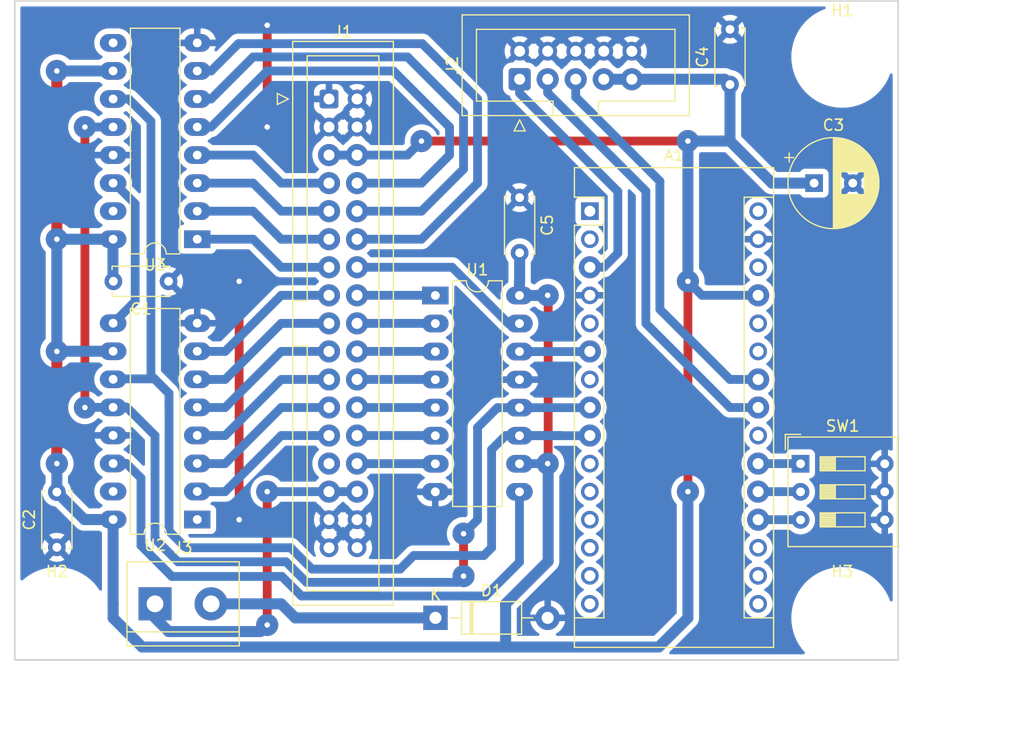
<source format=kicad_pcb>
(kicad_pcb (version 20211014) (generator pcbnew)
  (layers (0 "F.Cu" signal) (31 "B.Cu" signal) (34 "B.Paste" user) (35 "F.Paste" user) (36 "B.SilkS" user "B.Silkscreen") (37 "F.SilkS" user "F.Silkscreen") (38 "B.Mask" user) (39 "F.Mask" user) (44 "Edge.Cuts" user))
  (net 0 "")
  (net 5 "RESET")
  (net 6 "CFG-0")
  (net 7 "GND")
  (net 8 "CFG-1")
  (net 9 "ENABLE-X-1")
  (net 10 "CFG-2")
  (net 11 "ENABLE-X-2")
  (net 13 "ENABLE-X-3")
  (net 14 "SDA")
  (net 15 "ENABLE-X-4")
  (net 16 "SCL")
  (net 17 "ENABLE-X-5")
  (net 19 "ENABLE-X-6")
  (net 21 "ENABLE-X-7")
  (net 22 "Vin")
  (net 23 "ENABLE-X-8")
  (net 27 "A0-X")
  (net 28 "A1-X")
  (net 29 "A2-X")
  (net 30 "B0-X")
  (net 31 "B1-X")
  (net 32 "A0-Y")
  (net 33 "A1-Y")
  (net 34 "A2-Y")
  (net 35 "B0-Y")
  (net 36 "B1-Y")
  (net 38 "Net-(J1-Pad29)")
  (net 39 "DATA-X")
  (net 40 "ENABLE-Y-SET")
  (net 41 "ENABLE-Y-RESET")
  (net 42 "Net-(U1-Pad9)")
  (net 49 "Net-(U2-Pad9)")
  (net 53 "Net-(A1-Pad6)")
  (net 54 "Net-(A1-Pad8)")
  (net 55 "Net-(A1-Pad9)")
  (net 59 "Net-(D1-Pad1)")
  (footprint "Connector_IDC:IDC-Header_2x17_P2.54mm_Vertical" (layer "F.Cu") (at 114.8175 81.28)
    (fp_text reference "J1" (at 1.27 -6.1) (layer "F.SilkS"))
    (fp_text value "FlipDot matrix")
    (pad "1" thru_hole roundrect locked (at 0 0) (size 1.7 1.7) (drill 1) (layers *.Cu *.Mask) (roundrect_rratio 0.1470588235) (net 7 "GND"))
    (pad "2" thru_hole circle locked (at 2.54 0) (size 1.7 1.7) (drill 1) (layers *.Cu *.Mask) (net 7 "GND"))
    (pad "3" thru_hole circle locked (at 0 2.54) (size 1.7 1.7) (drill 1) (layers *.Cu *.Mask) (net 7 "GND"))
    (pad "4" thru_hole circle locked (at 2.54 2.54) (size 1.7 1.7) (drill 1) (layers *.Cu *.Mask) (net 7 "GND"))
    (pad "5" thru_hole circle locked (at 0 5.08) (size 2 2) (drill 1) (layers *.Cu *.Mask) (net 22 "Vin"))
    (pad "6" thru_hole circle locked (at 2.54 5.08) (size 2 2) (drill 1) (layers *.Cu *.Mask) (net 22 "Vin"))
    (pad "7" thru_hole circle locked (at 0 7.62) (size 2 2) (drill 1) (layers *.Cu *.Mask) (net 27 "A0-X"))
    (pad "8" thru_hole circle locked (at 2.54 7.62) (size 2 2) (drill 1) (layers *.Cu *.Mask) (net 39 "DATA-X"))
    (pad "9" thru_hole circle locked (at 0 10.16) (size 2 2) (drill 1) (layers *.Cu *.Mask) (net 28 "A1-X"))
    (pad "10" thru_hole circle locked (at 2.54 10.16) (size 2 2) (drill 1) (layers *.Cu *.Mask) (net 40 "ENABLE-Y-SET"))
    (pad "11" thru_hole circle locked (at 0 12.7) (size 2 2) (drill 1) (layers *.Cu *.Mask) (net 29 "A2-X"))
    (pad "12" thru_hole circle locked (at 2.54 12.7) (size 2 2) (drill 1) (layers *.Cu *.Mask) (net 41 "ENABLE-Y-RESET"))
    (pad "13" thru_hole circle locked (at 0 15.24) (size 2 2) (drill 1) (layers *.Cu *.Mask) (net 30 "B0-X"))
    (pad "14" thru_hole circle locked (at 2.54 15.24) (size 2 2) (drill 1) (layers *.Cu *.Mask) (net 9 "ENABLE-X-1"))
    (pad "15" thru_hole circle locked (at 0 17.78) (size 2 2) (drill 1) (layers *.Cu *.Mask) (net 31 "B1-X"))
    (pad "16" thru_hole circle locked (at 2.54 17.78) (size 2 2) (drill 1) (layers *.Cu *.Mask) (net 11 "ENABLE-X-2"))
    (pad "17" thru_hole circle locked (at 0 20.32) (size 2 2) (drill 1) (layers *.Cu *.Mask) (net 32 "A0-Y"))
    (pad "18" thru_hole circle locked (at 2.54 20.32) (size 2 2) (drill 1) (layers *.Cu *.Mask) (net 13 "ENABLE-X-3"))
    (pad "19" thru_hole circle locked (at 0 22.86) (size 2 2) (drill 1) (layers *.Cu *.Mask) (net 33 "A1-Y"))
    (pad "20" thru_hole circle locked (at 2.54 22.86) (size 2 2) (drill 1) (layers *.Cu *.Mask) (net 15 "ENABLE-X-4"))
    (pad "21" thru_hole circle locked (at 0 25.4) (size 2 2) (drill 1) (layers *.Cu *.Mask) (net 34 "A2-Y"))
    (pad "22" thru_hole circle locked (at 2.54 25.4) (size 2 2) (drill 1) (layers *.Cu *.Mask) (net 17 "ENABLE-X-5"))
    (pad "23" thru_hole circle locked (at 0 27.94) (size 2 2) (drill 1) (layers *.Cu *.Mask) (net 35 "B0-Y"))
    (pad "24" thru_hole circle locked (at 2.54 27.94) (size 2 2) (drill 1) (layers *.Cu *.Mask) (net 19 "ENABLE-X-6"))
    (pad "25" thru_hole circle locked (at 0 30.48) (size 2 2) (drill 1) (layers *.Cu *.Mask) (net 36 "B1-Y"))
    (pad "26" thru_hole circle locked (at 2.54 30.48) (size 2 2) (drill 1) (layers *.Cu *.Mask) (net 21 "ENABLE-X-7"))
    (pad "27" thru_hole circle locked (at 0 33.02) (size 2 2) (drill 1) (layers *.Cu *.Mask))
    (pad "28" thru_hole circle locked (at 2.54 33.02) (size 2 2) (drill 1) (layers *.Cu *.Mask) (net 23 "ENABLE-X-8"))
    (pad "29" thru_hole circle locked (at 0 35.56) (size 2 2) (drill 1) (layers *.Cu *.Mask) (net 38 "Net-(J1-Pad29)"))
    (pad "30" thru_hole circle locked (at 2.54 35.56) (size 2 2) (drill 1) (layers *.Cu *.Mask) (net 38 "Net-(J1-Pad29)"))
    (pad "31" thru_hole circle locked (at 0 38.1) (size 1.7 1.7) (drill 1) (layers *.Cu *.Mask) (net 7 "GND"))
    (pad "32" thru_hole circle locked (at 2.54 38.1) (size 1.7 1.7) (drill 1) (layers *.Cu *.Mask) (net 7 "GND"))
    (pad "33" thru_hole circle locked (at 0 40.64) (size 1.7 1.7) (drill 1) (layers *.Cu *.Mask) (net 7 "GND"))
    (pad "34" thru_hole circle locked (at 2.54 40.64) (size 1.7 1.7) (drill 1) (layers *.Cu *.Mask) (net 7 "GND"))
  )
  (footprint "MountingHole:MountingHole_3.2mm_M3" (layer "F.Cu") (at 161.29 77.47)
    (fp_text reference "H1" (at 0 -4.2) (layer "F.SilkS"))
    (fp_text value "MountingHole")
    (pad "" np_thru_hole circle locked (at 0 0) (size 3.2 3.2) (drill 3.2) (layers F&B.Cu *.Mask) (clearance 3))
  )
  (footprint "Connector_IDC:IDC-Header_2x05_P2.54mm_Vertical" (layer "F.Cu") (at 132.08 79.4925 90)
    (fp_text reference "J2" (at 1.27 -6.1 90) (layer "F.SilkS"))
    (fp_text value "I2C bus")
    (pad "1" thru_hole roundrect locked (at 0 0 90) (size 2 2) (drill 1) (layers *.Cu *.Mask) (roundrect_rratio 0.147059) (net 5 "RESET"))
    (pad "2" thru_hole circle locked (at 2.54 0 90) (size 1.7 1.7) (drill 1) (layers *.Cu *.Mask) (net 7 "GND"))
    (pad "3" thru_hole circle locked (at 0 2.54 90) (size 2 2) (drill 1) (layers *.Cu *.Mask) (net 14 "SDA"))
    (pad "4" thru_hole circle locked (at 2.54 2.54 90) (size 1.7 1.7) (drill 1) (layers *.Cu *.Mask) (net 7 "GND"))
    (pad "5" thru_hole circle locked (at 0 5.08 90) (size 2 2) (drill 1) (layers *.Cu *.Mask) (net 16 "SCL"))
    (pad "6" thru_hole circle locked (at 2.54 5.08 90) (size 1.7 1.7) (drill 1) (layers *.Cu *.Mask) (net 7 "GND"))
    (pad "7" thru_hole circle locked (at 0 7.62 90) (size 2 2) (drill 1) (layers *.Cu *.Mask) (net 22 "Vin"))
    (pad "8" thru_hole circle locked (at 2.54 7.62 90) (size 1.7 1.7) (drill 1) (layers *.Cu *.Mask) (net 7 "GND"))
    (pad "9" thru_hole circle locked (at 0 10.16 90) (size 2 2) (drill 1) (layers *.Cu *.Mask) (net 22 "Vin"))
    (pad "10" thru_hole circle locked (at 2.54 10.16 90) (size 1.7 1.7) (drill 1) (layers *.Cu *.Mask) (net 7 "GND"))
  )
  (footprint "Button_Switch_THT:SW_DIP_SPSTx03_Slide_9.78x9.8mm_W7.62mm_P2.54mm" (layer "F.Cu") (at 157.5225 114.315)
    (fp_text reference "SW1" (at 3.81 -3.42) (layer "F.SilkS"))
    (fp_text value "SW_DIP_x03")
    (pad "1" thru_hole rect locked (at 0 0) (size 1.6 1.6) (drill 0.8) (layers *.Cu *.Mask) (net 10 "CFG-2"))
    (pad "2" thru_hole oval locked (at 0 2.54) (size 1.6 1.6) (drill 0.8) (layers *.Cu *.Mask) (net 8 "CFG-1"))
    (pad "3" thru_hole oval locked (at 0 5.08) (size 1.6 1.6) (drill 0.8) (layers *.Cu *.Mask) (net 6 "CFG-0"))
    (pad "4" thru_hole oval locked (at 7.62 5.08) (size 1.6 1.6) (drill 0.8) (layers *.Cu *.Mask) (net 7 "GND"))
    (pad "5" thru_hole oval locked (at 7.62 2.54) (size 1.6 1.6) (drill 0.8) (layers *.Cu *.Mask) (net 7 "GND"))
    (pad "6" thru_hole oval locked (at 7.62 0) (size 1.6 1.6) (drill 0.8) (layers *.Cu *.Mask) (net 7 "GND"))
  )
  (footprint "Diode_THT:D_DO-41_SOD81_P10.16mm_Horizontal" (layer "F.Cu") (at 124.46 128.27)
    (fp_text reference "D1" (at 5.08 -2.47) (layer "F.SilkS"))
    (fp_text value "1N5819")
    (fp_text user "K" (at 0 -2.1) (layer "F.SilkS"))
    (pad "1" thru_hole rect locked (at 0 0) (size 2.2 2.2) (drill 1.1) (layers *.Cu *.Mask) (net 59 "Net-(D1-Pad1)"))
    (pad "2" thru_hole oval locked (at 10.16 0) (size 2.2 2.2) (drill 1.1) (layers *.Cu *.Mask) (net 7 "GND"))
  )
  (footprint "Package_DIP:DIP-16_W7.62mm_LongPads" (layer "F.Cu") (at 102.885 93.98 180)
    (fp_text reference "U3" (at 3.81 -2.33) (layer "F.SilkS"))
    (fp_text value "74HC595")
    (pad "1" thru_hole rect locked (at 0 0 180) (size 2.4 1.6) (drill 0.8) (layers *.Cu *.Mask) (net 30 "B0-X"))
    (pad "2" thru_hole oval locked (at 0 2.54 180) (size 2.4 1.6) (drill 0.8) (layers *.Cu *.Mask) (net 29 "A2-X"))
    (pad "3" thru_hole oval locked (at 0 5.08 180) (size 2.4 1.6) (drill 0.8) (layers *.Cu *.Mask) (net 28 "A1-X"))
    (pad "4" thru_hole oval locked (at 0 7.62 180) (size 2.4 1.6) (drill 0.8) (layers *.Cu *.Mask) (net 27 "A0-X"))
    (pad "5" thru_hole oval locked (at 0 10.16 180) (size 2.4 1.6) (drill 0.8) (layers *.Cu *.Mask) (net 39 "DATA-X"))
    (pad "6" thru_hole oval locked (at 0 12.7 180) (size 2.4 1.6) (drill 0.8) (layers *.Cu *.Mask) (net 40 "ENABLE-Y-SET"))
    (pad "7" thru_hole oval locked (at 0 15.24 180) (size 2.4 1.6) (drill 0.8) (layers *.Cu *.Mask) (net 41 "ENABLE-Y-RESET"))
    (pad "8" thru_hole oval locked (at 0 17.78 180) (size 2.4 1.6) (drill 0.8) (layers *.Cu *.Mask) (net 7 "GND"))
    (pad "9" thru_hole oval locked (at 7.62 17.78 180) (size 2.4 1.6) (drill 0.8) (layers *.Cu *.Mask))
    (pad "10" thru_hole oval locked (at 7.62 15.24 180) (size 2.4 1.6) (drill 0.8) (layers *.Cu *.Mask) (net 22 "Vin"))
    (pad "11" thru_hole oval locked (at 7.62 12.7 180) (size 2.4 1.6) (drill 0.8) (layers *.Cu *.Mask) (net 55 "Net-(A1-Pad9)"))
    (pad "12" thru_hole oval locked (at 7.62 10.16 180) (size 2.4 1.6) (drill 0.8) (layers *.Cu *.Mask) (net 54 "Net-(A1-Pad8)"))
    (pad "13" thru_hole oval locked (at 7.62 7.62 180) (size 2.4 1.6) (drill 0.8) (layers *.Cu *.Mask) (net 7 "GND"))
    (pad "14" thru_hole oval locked (at 7.62 5.08 180) (size 2.4 1.6) (drill 0.8) (layers *.Cu *.Mask) (net 49 "Net-(U2-Pad9)"))
    (pad "15" thru_hole oval locked (at 7.62 2.54 180) (size 2.4 1.6) (drill 0.8) (layers *.Cu *.Mask))
    (pad "16" thru_hole oval locked (at 7.62 0 180) (size 2.4 1.6) (drill 0.8) (layers *.Cu *.Mask) (net 22 "Vin"))
  )
  (footprint "Capacitor_THT:CP_Radial_D8.0mm_P3.50mm" (layer "F.Cu") (at 158.75 88.9)
    (fp_text reference "C3" (at 1.75 -5.25) (layer "F.SilkS"))
    (fp_text value "100uF")
    (pad "1" thru_hole rect locked (at 0 0) (size 1.6 1.6) (drill 0.8) (layers *.Cu *.Mask) (net 22 "Vin"))
    (pad "2" thru_hole circle locked (at 3.5 0) (size 1.6 1.6) (drill 0.8) (layers *.Cu *.Mask) (net 7 "GND"))
  )
  (footprint "MountingHole:MountingHole_3.2mm_M3" (layer "F.Cu") (at 161.29 128.27)
    (fp_text reference "H3" (at 0 -4.2) (layer "F.SilkS"))
    (fp_text value "MountingHole")
    (pad "" np_thru_hole circle locked (at 0 0) (size 3.2 3.2) (drill 3.2) (layers F&B.Cu *.Mask) (clearance 3))
  )
  (footprint "Capacitor_THT:C_Disc_D5.0mm_W2.5mm_P5.00mm" (layer "F.Cu") (at 151.13 79.97 90)
    (fp_text reference "C4" (at 2.5 -2.5 90) (layer "F.SilkS"))
    (fp_text value "100n")
    (pad "1" thru_hole circle locked (at 0 0 90) (size 1.6 1.6) (drill 0.8) (layers *.Cu *.Mask) (net 22 "Vin"))
    (pad "2" thru_hole circle locked (at 5 0 90) (size 1.6 1.6) (drill 0.8) (layers *.Cu *.Mask) (net 7 "GND"))
  )
  (footprint "Package_DIP:DIP-16_W7.62mm_LongPads" (layer "F.Cu") (at 102.885 119.365 180)
    (fp_text reference "U2" (at 3.81 -2.33) (layer "F.SilkS"))
    (fp_text value "74HC595")
    (pad "1" thru_hole rect locked (at 0 0 180) (size 2.4 1.6) (drill 0.8) (layers *.Cu *.Mask))
    (pad "2" thru_hole oval locked (at 0 2.54 180) (size 2.4 1.6) (drill 0.8) (layers *.Cu *.Mask) (net 36 "B1-Y"))
    (pad "3" thru_hole oval locked (at 0 5.08 180) (size 2.4 1.6) (drill 0.8) (layers *.Cu *.Mask) (net 35 "B0-Y"))
    (pad "4" thru_hole oval locked (at 0 7.62 180) (size 2.4 1.6) (drill 0.8) (layers *.Cu *.Mask) (net 34 "A2-Y"))
    (pad "5" thru_hole oval locked (at 0 10.16 180) (size 2.4 1.6) (drill 0.8) (layers *.Cu *.Mask) (net 33 "A1-Y"))
    (pad "6" thru_hole oval locked (at 0 12.7 180) (size 2.4 1.6) (drill 0.8) (layers *.Cu *.Mask) (net 32 "A0-Y"))
    (pad "7" thru_hole oval locked (at 0 15.24 180) (size 2.4 1.6) (drill 0.8) (layers *.Cu *.Mask) (net 31 "B1-X"))
    (pad "8" thru_hole oval locked (at 0 17.78 180) (size 2.4 1.6) (drill 0.8) (layers *.Cu *.Mask) (net 7 "GND"))
    (pad "9" thru_hole oval locked (at 7.62 17.78 180) (size 2.4 1.6) (drill 0.8) (layers *.Cu *.Mask) (net 49 "Net-(U2-Pad9)"))
    (pad "10" thru_hole oval locked (at 7.62 15.24 180) (size 2.4 1.6) (drill 0.8) (layers *.Cu *.Mask) (net 22 "Vin"))
    (pad "11" thru_hole oval locked (at 7.62 12.7 180) (size 2.4 1.6) (drill 0.8) (layers *.Cu *.Mask) (net 55 "Net-(A1-Pad9)"))
    (pad "12" thru_hole oval locked (at 7.62 10.16 180) (size 2.4 1.6) (drill 0.8) (layers *.Cu *.Mask) (net 54 "Net-(A1-Pad8)"))
    (pad "13" thru_hole oval locked (at 7.62 7.62 180) (size 2.4 1.6) (drill 0.8) (layers *.Cu *.Mask) (net 7 "GND"))
    (pad "14" thru_hole oval locked (at 7.62 5.08 180) (size 2.4 1.6) (drill 0.8) (layers *.Cu *.Mask) (net 42 "Net-(U1-Pad9)"))
    (pad "15" thru_hole oval locked (at 7.62 2.54 180) (size 2.4 1.6) (drill 0.8) (layers *.Cu *.Mask))
    (pad "16" thru_hole oval locked (at 7.62 0 180) (size 2.4 1.6) (drill 0.8) (layers *.Cu *.Mask) (net 22 "Vin"))
  )
  (footprint "Module:Arduino_Nano" (layer "F.Cu") (at 138.44 91.44)
    (fp_text reference "A1" (at 7.62 -5.08) (layer "F.SilkS"))
    (fp_text value "Arduino_Nano_v3.x")
    (pad "1" thru_hole rect locked (at 0 0) (size 1.6 1.6) (drill 1) (layers *.Cu *.Mask))
    (pad "2" thru_hole oval locked (at 0 2.54) (size 1.6 1.6) (drill 1) (layers *.Cu *.Mask))
    (pad "3" thru_hole oval locked (at 0 5.08) (size 2 2) (drill 1) (layers *.Cu *.Mask) (net 5 "RESET"))
    (pad "4" thru_hole oval locked (at 0 7.62) (size 1.6 1.6) (drill 1) (layers *.Cu *.Mask) (net 7 "GND"))
    (pad "5" thru_hole oval locked (at 0 10.16) (size 1.6 1.6) (drill 1) (layers *.Cu *.Mask))
    (pad "6" thru_hole oval locked (at 0 12.7) (size 2 2) (drill 1) (layers *.Cu *.Mask) (net 53 "Net-(A1-Pad6)"))
    (pad "7" thru_hole oval locked (at 0 15.24) (size 1.6 1.6) (drill 1) (layers *.Cu *.Mask))
    (pad "8" thru_hole oval locked (at 0 17.78) (size 2 2) (drill 1) (layers *.Cu *.Mask) (net 54 "Net-(A1-Pad8)"))
    (pad "9" thru_hole oval locked (at 0 20.32) (size 2 2) (drill 1) (layers *.Cu *.Mask) (net 55 "Net-(A1-Pad9)"))
    (pad "10" thru_hole oval locked (at 0 22.86) (size 1.6 1.6) (drill 1) (layers *.Cu *.Mask))
    (pad "11" thru_hole oval locked (at 0 25.4) (size 1.6 1.6) (drill 1) (layers *.Cu *.Mask))
    (pad "12" thru_hole oval locked (at 0 27.94) (size 1.6 1.6) (drill 1) (layers *.Cu *.Mask))
    (pad "13" thru_hole oval locked (at 0 30.48) (size 1.6 1.6) (drill 1) (layers *.Cu *.Mask))
    (pad "14" thru_hole oval locked (at 0 33.02) (size 1.6 1.6) (drill 1) (layers *.Cu *.Mask))
    (pad "15" thru_hole oval locked (at 0 35.56) (size 1.6 1.6) (drill 1) (layers *.Cu *.Mask))
    (pad "16" thru_hole oval locked (at 15.24 35.56) (size 1.6 1.6) (drill 1) (layers *.Cu *.Mask))
    (pad "17" thru_hole oval locked (at 15.24 33.02) (size 1.6 1.6) (drill 1) (layers *.Cu *.Mask))
    (pad "18" thru_hole oval locked (at 15.24 30.48) (size 1.6 1.6) (drill 1) (layers *.Cu *.Mask))
    (pad "19" thru_hole oval locked (at 15.24 27.94) (size 2 2) (drill 1) (layers *.Cu *.Mask) (net 6 "CFG-0"))
    (pad "20" thru_hole oval locked (at 15.24 25.4) (size 2 2) (drill 1) (layers *.Cu *.Mask) (net 8 "CFG-1"))
    (pad "21" thru_hole oval locked (at 15.24 22.86) (size 2 2) (drill 1) (layers *.Cu *.Mask) (net 10 "CFG-2"))
    (pad "22" thru_hole oval locked (at 15.24 20.32) (size 1.6 1.6) (drill 1) (layers *.Cu *.Mask))
    (pad "23" thru_hole oval locked (at 15.24 17.78) (size 2 2) (drill 1) (layers *.Cu *.Mask) (net 14 "SDA"))
    (pad "24" thru_hole oval locked (at 15.24 15.24) (size 2 2) (drill 1) (layers *.Cu *.Mask) (net 16 "SCL"))
    (pad "25" thru_hole oval locked (at 15.24 12.7) (size 1.6 1.6) (drill 1) (layers *.Cu *.Mask))
    (pad "26" thru_hole oval locked (at 15.24 10.16) (size 1.6 1.6) (drill 1) (layers *.Cu *.Mask))
    (pad "27" thru_hole oval locked (at 15.24 7.62) (size 2 2) (drill 1) (layers *.Cu *.Mask) (net 22 "Vin"))
    (pad "28" thru_hole oval locked (at 15.24 5.08) (size 1.6 1.6) (drill 1) (layers *.Cu *.Mask))
    (pad "29" thru_hole oval locked (at 15.24 2.54) (size 1.6 1.6) (drill 1) (layers *.Cu *.Mask) (net 7 "GND"))
    (pad "30" thru_hole oval locked (at 15.24 0) (size 1.6 1.6) (drill 1) (layers *.Cu *.Mask))
  )
  (footprint "Capacitor_THT:C_Disc_D5.0mm_W2.5mm_P5.00mm" (layer "F.Cu") (at 132.08 90.21 -90)
    (fp_text reference "C5" (at 2.5 -2.5 90) (layer "F.SilkS"))
    (fp_text value "100n")
    (pad "1" thru_hole circle locked (at 0 0 270) (size 1.6 1.6) (drill 0.8) (layers *.Cu *.Mask) (net 7 "GND"))
    (pad "2" thru_hole circle locked (at 5 0 270) (size 1.6 1.6) (drill 0.8) (layers *.Cu *.Mask) (net 22 "Vin"))
  )
  (footprint "TerminalBlock:TerminalBlock_bornier-2_P5.08mm" (layer "F.Cu") (at 99.06 127)
    (fp_text reference "J3" (at 2.54 -5.08) (layer "F.SilkS"))
    (fp_text value "Power 24V")
    (pad "1" thru_hole rect locked (at 0 0) (size 3 3) (drill 1.52) (layers *.Cu *.Mask) (net 38 "Net-(J1-Pad29)"))
    (pad "2" thru_hole circle locked (at 5.08 0) (size 3 3) (drill 1.52) (layers *.Cu *.Mask) (net 59 "Net-(D1-Pad1)"))
  )
  (footprint "Capacitor_THT:C_Disc_D5.0mm_W2.5mm_P5.00mm" (layer "F.Cu") (at 90.17 121.88 90)
    (fp_text reference "C2" (at 2.5 -2.5 90) (layer "F.SilkS"))
    (fp_text value "100n")
    (pad "1" thru_hole circle locked (at 0 0 90) (size 1.6 1.6) (drill 0.8) (layers *.Cu *.Mask) (net 7 "GND"))
    (pad "2" thru_hole circle locked (at 5 0 90) (size 1.6 1.6) (drill 0.8) (layers *.Cu *.Mask) (net 22 "Vin"))
  )
  (footprint "Capacitor_THT:C_Disc_D5.0mm_W2.5mm_P5.00mm" (layer "F.Cu") (at 100.29 97.79 180)
    (fp_text reference "C1" (at 2.5 -2.5 180) (layer "F.SilkS"))
    (fp_text value "100n")
    (pad "1" thru_hole circle locked (at 0 0 180) (size 1.6 1.6) (drill 0.8) (layers *.Cu *.Mask) (net 7 "GND"))
    (pad "2" thru_hole circle locked (at 5 0 180) (size 1.6 1.6) (drill 0.8) (layers *.Cu *.Mask) (net 22 "Vin"))
  )
  (footprint "MountingHole:MountingHole_3.2mm_M3" (layer "F.Cu") (at 90.17 128.27)
    (fp_text reference "H2" (at 0 -4.2) (layer "F.SilkS"))
    (fp_text value "MountingHole")
    (pad "" np_thru_hole circle locked (at 0 0) (size 3.2 3.2) (drill 3.2) (layers F&B.Cu *.Mask) (clearance 3))
  )
  (footprint "Package_DIP:DIP-16_W7.62mm_LongPads" (layer "F.Cu") (at 124.445 99.075)
    (fp_text reference "U1" (at 3.81 -2.33) (layer "F.SilkS"))
    (fp_text value "74HC595")
    (pad "1" thru_hole rect locked (at 0 0) (size 2.4 1.6) (drill 0.8) (layers *.Cu *.Mask) (net 11 "ENABLE-X-2"))
    (pad "2" thru_hole oval locked (at 0 2.54) (size 2.4 1.6) (drill 0.8) (layers *.Cu *.Mask) (net 13 "ENABLE-X-3"))
    (pad "3" thru_hole oval locked (at 0 5.08) (size 2.4 1.6) (drill 0.8) (layers *.Cu *.Mask) (net 15 "ENABLE-X-4"))
    (pad "4" thru_hole oval locked (at 0 7.62) (size 2.4 1.6) (drill 0.8) (layers *.Cu *.Mask) (net 17 "ENABLE-X-5"))
    (pad "5" thru_hole oval locked (at 0 10.16) (size 2.4 1.6) (drill 0.8) (layers *.Cu *.Mask) (net 19 "ENABLE-X-6"))
    (pad "6" thru_hole oval locked (at 0 12.7) (size 2.4 1.6) (drill 0.8) (layers *.Cu *.Mask) (net 21 "ENABLE-X-7"))
    (pad "7" thru_hole oval locked (at 0 15.24) (size 2.4 1.6) (drill 0.8) (layers *.Cu *.Mask) (net 23 "ENABLE-X-8"))
    (pad "8" thru_hole oval locked (at 0 17.78) (size 2.4 1.6) (drill 0.8) (layers *.Cu *.Mask) (net 7 "GND"))
    (pad "9" thru_hole oval locked (at 7.62 17.78) (size 2.4 1.6) (drill 0.8) (layers *.Cu *.Mask) (net 42 "Net-(U1-Pad9)"))
    (pad "10" thru_hole oval locked (at 7.62 15.24) (size 2.4 1.6) (drill 0.8) (layers *.Cu *.Mask) (net 22 "Vin"))
    (pad "11" thru_hole oval locked (at 7.62 12.7) (size 2.4 1.6) (drill 0.8) (layers *.Cu *.Mask) (net 55 "Net-(A1-Pad9)"))
    (pad "12" thru_hole oval locked (at 7.62 10.16) (size 2.4 1.6) (drill 0.8) (layers *.Cu *.Mask) (net 54 "Net-(A1-Pad8)"))
    (pad "13" thru_hole oval locked (at 7.62 7.62) (size 2.4 1.6) (drill 0.8) (layers *.Cu *.Mask) (net 7 "GND"))
    (pad "14" thru_hole oval locked (at 7.62 5.08) (size 2.4 1.6) (drill 0.8) (layers *.Cu *.Mask) (net 53 "Net-(A1-Pad6)"))
    (pad "15" thru_hole oval locked (at 7.62 2.54) (size 2.4 1.6) (drill 0.8) (layers *.Cu *.Mask) (net 9 "ENABLE-X-1"))
    (pad "16" thru_hole oval locked (at 7.62 0) (size 2.4 1.6) (drill 0.8) (layers *.Cu *.Mask) (net 22 "Vin"))
  )
  (gr_rect (start 86.36 72.39) (end 166.37 132.08) (layer "Edge.Cuts") (width 0.15) (fill none))
  (segment (start 139.7 96.52) (end 138.43 96.52) (width 0.8) (layer "B.Cu") (net 5))
  (segment (start 140.97 89.652549) (end 140.97 95.25) (width 0.8) (layer "B.Cu") (net 5))
  (segment (start 132.08 80.762549) (end 140.97 89.652549) (width 0.8) (layer "B.Cu") (net 5))
  (segment (start 140.97 95.25) (end 139.7 96.52) (width 0.8) (layer "B.Cu") (net 5))
  (segment (start 132.08 79.4925) (end 132.08 80.762549) (width 0.8) (layer "B.Cu") (net 5))
  (segment (start 153.68 119.38) (end 157.5075 119.38) (width 0.8) (layer "B.Cu") (net 6))
  (segment (start 157.5075 119.38) (end 157.5225 119.395) (width 0.8) (layer "B.Cu") (net 6))
  (segment (start 109.22 74.6005) (end 109.22 83.82) (width 0.8) (layer "F.Cu") (net 7))
  (segment (start 106.68 97.79) (end 106.68 119.38) (width 0.8) (layer "F.Cu") (net 7))
  (via (at 106.68 97.79) (size 1.6) (drill 0.5) (layers "F.Cu" "B.Cu") (net 7))
  (via (at 106.68 119.38) (size 1.6) (drill 0.5) (layers "F.Cu" "B.Cu") (net 7))
  (via (at 109.22 83.82) (size 1.6) (drill 0.5) (layers "F.Cu" "B.Cu") (net 7))
  (via (at 109.22 74.6005) (size 1.6) (drill 0.5) (layers "F.Cu" "B.Cu") (net 7))
  (segment (start 153.68 116.84) (end 157.5075 116.84) (width 0.8) (layer "B.Cu") (net 8))
  (segment (start 157.5075 116.84) (end 157.5225 116.855) (width 0.8) (layer "B.Cu") (net 8))
  (segment (start 117.3575 96.52) (end 125.967949 96.52) (width 0.8) (layer "B.Cu") (net 9))
  (segment (start 125.967949 96.52) (end 131.062949 101.615) (width 0.8) (layer "B.Cu") (net 9))
  (segment (start 131.062949 101.615) (end 132.065 101.615) (width 0.8) (layer "B.Cu") (net 9))
  (segment (start 157.5075 114.3) (end 157.5225 114.315) (width 0.8) (layer "B.Cu") (net 10))
  (segment (start 153.68 114.3) (end 157.5075 114.3) (width 0.8) (layer "B.Cu") (net 10))
  (segment (start 124.43 99.06) (end 124.445 99.075) (width 0.8) (layer "B.Cu") (net 11))
  (segment (start 117.3575 99.06) (end 124.43 99.06) (width 0.8) (layer "B.Cu") (net 11))
  (segment (start 117.3575 101.6) (end 124.43 101.6) (width 0.8) (layer "B.Cu") (net 13))
  (segment (start 124.43 101.6) (end 124.445 101.615) (width 0.8) (layer "B.Cu") (net 13))
  (segment (start 134.62 79.4925) (end 134.62 80.729819) (width 0.8) (layer "B.Cu") (net 14))
  (segment (start 143.51 89.619819) (end 143.51 101.6) (width 0.8) (layer "B.Cu") (net 14))
  (segment (start 151.13 109.22) (end 153.68 109.22) (width 0.8) (layer "B.Cu") (net 14))
  (segment (start 143.51 101.6) (end 151.13 109.22) (width 0.8) (layer "B.Cu") (net 14))
  (segment (start 134.62 80.729819) (end 143.51 89.619819) (width 0.8) (layer "B.Cu") (net 14))
  (segment (start 117.3575 104.14) (end 124.43 104.14) (width 0.8) (layer "B.Cu") (net 15))
  (segment (start 124.43 104.14) (end 124.445 104.155) (width 0.8) (layer "B.Cu") (net 15))
  (segment (start 137.16 81.103444) (end 144.78 88.723444) (width 0.8) (layer "B.Cu") (net 16))
  (segment (start 144.78 88.723444) (end 144.78 100.33) (width 0.8) (layer "B.Cu") (net 16))
  (segment (start 137.16 79.4925) (end 137.16 81.103444) (width 0.8) (layer "B.Cu") (net 16))
  (segment (start 144.78 100.33) (end 151.13 106.68) (width 0.8) (layer "B.Cu") (net 16))
  (segment (start 151.13 106.68) (end 153.68 106.68) (width 0.8) (layer "B.Cu") (net 16))
  (segment (start 124.43 106.68) (end 124.445 106.695) (width 0.8) (layer "B.Cu") (net 17))
  (segment (start 117.3575 106.68) (end 124.43 106.68) (width 0.8) (layer "B.Cu") (net 17))
  (segment (start 124.43 109.22) (end 124.445 109.235) (width 0.8) (layer "B.Cu") (net 19))
  (segment (start 117.3575 109.22) (end 124.43 109.22) (width 0.8) (layer "B.Cu") (net 19))
  (segment (start 117.3575 111.76) (end 124.43 111.76) (width 0.8) (layer "B.Cu") (net 21))
  (segment (start 124.43 111.76) (end 124.445 111.775) (width 0.8) (layer "B.Cu") (net 21))
  (segment (start 90.17 114.3) (end 90.17 104.14) (width 1) (layer "F.Cu") (net 22))
  (segment (start 147.32 116.84) (end 147.32 97.79) (width 0.8) (layer "F.Cu") (net 22))
  (segment (start 90.17 93.98) (end 90.17 78.74) (width 1) (layer "F.Cu") (net 22))
  (segment (start 123.19 85.09) (end 147.32 85.09) (width 0.8) (layer "F.Cu") (net 22))
  (segment (start 134.62 99.06) (end 134.664447 99.104447) (width 0.8) (layer "F.Cu") (net 22))
  (segment (start 134.664447 99.104447) (end 134.664447 114.3) (width 0.8) (layer "F.Cu") (net 22))
  (via (at 123.19 85.09) (size 2) (drill 0.5) (layers "F.Cu" "B.Cu") (net 22))
  (via (at 134.62 114.3) (size 2) (drill 0.5) (layers "F.Cu" "B.Cu") (net 22))
  (via (at 90.17 114.3) (size 2) (drill 0.5) (layers "F.Cu" "B.Cu") (net 22))
  (via (at 134.62 99.06) (size 2) (drill 0.5) (layers "F.Cu" "B.Cu") (net 22))
  (via (at 90.17 93.98) (size 2) (drill 0.5) (layers "F.Cu" "B.Cu") (net 22))
  (via (at 90.17 104.14) (size 2) (drill 0.5) (layers "F.Cu" "B.Cu") (net 22))
  (via (at 147.32 85.09) (size 2) (drill 0.5) (layers "F.Cu" "B.Cu") (net 22))
  (via (at 147.32 116.84) (size 2) (drill 0.5) (layers "F.Cu" "B.Cu") (net 22))
  (via (at 147.32 97.79) (size 2) (drill 0.5) (layers "F.Cu" "B.Cu") (net 22))
  (via (at 90.17 78.74) (size 2) (drill 0.5) (layers "F.Cu" "B.Cu") (net 22))
  (segment (start 97.89 130.91) (end 130.91 130.91) (width 1) (layer "B.Cu") (net 22))
  (segment (start 154.94 88.9) (end 158.75 88.9) (width 1) (layer "B.Cu") (net 22))
  (segment (start 114.8175 86.36) (end 117.3575 86.36) (width 0.8) (layer "B.Cu") (net 22))
  (segment (start 95.25 94.035) (end 95.25 97.75) (width 1) (layer "B.Cu") (net 22))
  (segment (start 130.91 130.91) (end 130.81 130.81) (width 1) (layer "B.Cu") (net 22))
  (segment (start 150.6525 79.4925) (end 151.13 79.97) (width 1) (layer "B.Cu") (net 22))
  (segment (start 134.62 99.06) (end 134.605 99.075) (width 1) (layer "B.Cu") (net 22))
  (segment (start 147.32 97.79) (end 148.59 99.06) (width 0.8) (layer "B.Cu") (net 22))
  (segment (start 134.605 99.075) (end 132.065 99.075) (width 1) (layer "B.Cu") (net 22))
  (segment (start 147.32 85.09) (end 151.13 85.09) (width 1) (layer "B.Cu") (net 22))
  (segment (start 148.59 99.06) (end 153.68 99.06) (width 0.8) (layer "B.Cu") (net 22))
  (segment (start 90.17 116.88) (end 92.655 119.365) (width 1) (layer "B.Cu") (net 22))
  (segment (start 95.25 94.035) (end 95.25 93.995) (width 0.8) (layer "B.Cu") (net 22))
  (segment (start 132.08 97.79) (end 132.065 97.805) (width 1) (layer "B.Cu") (net 22))
  (segment (start 95.265 119.365) (end 95.265 123.175) (width 1) (layer "B.Cu") (net 22))
  (segment (start 121.92 86.36) (end 117.3575 86.36) (width 0.8) (layer "B.Cu") (net 22))
  (segment (start 90.185 104.125) (end 95.265 104.125) (width 1) (layer "B.Cu") (net 22))
  (segment (start 130.81 127) (end 134.664447 123.145553) (width 1) (layer "B.Cu") (net 22))
  (segment (start 147.32 128.27) (end 147.32 116.84) (width 1) (layer "B.Cu") (net 22))
  (segment (start 95.265 123.175) (end 95.265 126.995479) (width 1) (layer "B.Cu") (net 22))
  (segment (start 134.664447 114.3) (end 132.08 114.3) (width 0.8) (layer "B.Cu") (net 22))
  (segment (start 134.664447 123.145553) (end 134.664447 114.3) (width 1) (layer "B.Cu") (net 22))
  (segment (start 90.17 78.74) (end 95.265 78.74) (width 1) (layer "B.Cu") (net 22))
  (segment (start 147.32 85.09) (end 147.32 97.79) (width 1) (layer "B.Cu") (net 22))
  (segment (start 123.19 85.09) (end 121.92 86.36) (width 0.8) (layer "B.Cu") (net 22))
  (segment (start 132.065 97.805) (end 132.065 99.075) (width 1) (layer "B.Cu") (net 22))
  (segment (start 142.24 79.4925) (end 150.6525 79.4925) (width 1) (layer "B.Cu") (net 22))
  (segment (start 151.13 79.97) (end 151.13 85.09) (width 1) (layer "B.Cu") (net 22))
  (segment (start 130.81 130.81) (end 130.81 127) (width 1) (layer "B.Cu") (net 22))
  (segment (start 90.17 93.98) (end 95.265 93.98) (width 1) (layer "B.Cu") (net 22))
  (segment (start 144.68 130.91) (end 147.32 128.27) (width 1) (layer "B.Cu") (net 22))
  (segment (start 95.269521 128.289521) (end 97.89 130.91) (width 1) (layer "B.Cu") (net 22))
  (segment (start 132.08 95.25) (end 132.08 97.79) (width 1) (layer "B.Cu") (net 22))
  (segment (start 90.17 114.3) (end 90.17 116.88) (width 1) (layer "B.Cu") (net 22))
  (segment (start 132.08 114.3) (end 132.065 114.315) (width 0.8) (layer "B.Cu") (net 22))
  (segment (start 90.17 104.14) (end 90.185 104.125) (width 1) (layer "B.Cu") (net 22))
  (segment (start 90.17 93.98) (end 90.17 104.14) (width 1) (layer "B.Cu") (net 22))
  (segment (start 95.25 93.995) (end 95.265 93.98) (width 0.8) (layer "B.Cu") (net 22))
  (segment (start 139.7 79.4925) (end 142.24 79.4925) (width 1) (layer "B.Cu") (net 22))
  (segment (start 130.91 130.91) (end 144.68 130.91) (width 1) (layer "B.Cu") (net 22))
  (segment (start 132.08 95.25) (end 132.08 95.21) (width 0.8) (layer "B.Cu") (net 22))
  (segment (start 92.655 119.365) (end 95.265 119.365) (width 1) (layer "B.Cu") (net 22))
  (segment (start 95.25 97.75) (end 95.29 97.79) (width 1) (layer "B.Cu") (net 22))
  (segment (start 151.13 85.09) (end 154.94 88.9) (width 1) (layer "B.Cu") (net 22))
  (segment (start 95.269521 127) (end 95.269521 128.289521) (width 1) (layer "B.Cu") (net 22))
  (segment (start 95.265 126.995479) (end 95.269521 127) (width 1) (layer "B.Cu") (net 22))
  (segment (start 117.3575 114.3) (end 124.43 114.3) (width 0.8) (layer "B.Cu") (net 23))
  (segment (start 124.43 114.3) (end 124.445 114.315) (width 0.8) (layer "B.Cu") (net 23))
  (segment (start 102.87 86.36) (end 107.95 86.36) (width 0.8) (layer "B.Cu") (net 27))
  (segment (start 110.49 88.9) (end 114.8175 88.9) (width 0.8) (layer "B.Cu") (net 27))
  (segment (start 107.95 86.36) (end 110.49 88.9) (width 0.8) (layer "B.Cu") (net 27))
  (segment (start 102.87 88.9) (end 107.95 88.9) (width 0.8) (layer "B.Cu") (net 28))
  (segment (start 110.49 91.44) (end 114.8175 91.44) (width 0.8) (layer "B.Cu") (net 28))
  (segment (start 107.95 88.9) (end 110.49 91.44) (width 0.8) (layer "B.Cu") (net 28))
  (segment (start 107.95 91.44) (end 110.49 93.98) (width 0.8) (layer "B.Cu") (net 29))
  (segment (start 102.87 91.44) (end 107.95 91.44) (width 0.8) (layer "B.Cu") (net 29))
  (segment (start 110.49 93.98) (end 114.8175 93.98) (width 0.8) (layer "B.Cu") (net 29))
  (segment (start 110.49 96.52) (end 114.8175 96.52) (width 0.8) (layer "B.Cu") (net 30))
  (segment (start 107.95 93.98) (end 110.49 96.52) (width 0.8) (layer "B.Cu") (net 30))
  (segment (start 102.87 93.98) (end 107.95 93.98) (width 0.8) (layer "B.Cu") (net 30))
  (segment (start 110.49 99.06) (end 105.41 104.14) (width 0.8) (layer "B.Cu") (net 31))
  (segment (start 105.41 104.14) (end 102.885 104.14) (width 0.8) (layer "B.Cu") (net 31))
  (segment (start 114.8175 99.06) (end 110.49 99.06) (width 0.8) (layer "B.Cu") (net 31))
  (segment (start 105.41 106.68) (end 110.49 101.6) (width 0.8) (layer "B.Cu") (net 32))
  (segment (start 102.885 106.68) (end 105.41 106.68) (width 0.8) (layer "B.Cu") (net 32))
  (segment (start 110.49 101.6) (end 114.8175 101.6) (width 0.8) (layer "B.Cu") (net 32))
  (segment (start 102.885 109.22) (end 105.41 109.22) (width 0.8) (layer "B.Cu") (net 33))
  (segment (start 110.49 104.14) (end 114.8175 104.14) (width 0.8) (layer "B.Cu") (net 33))
  (segment (start 105.41 109.22) (end 110.49 104.14) (width 0.8) (layer "B.Cu") (net 33))
  (segment (start 102.885 111.76) (end 105.41 111.76) (width 0.8) (layer "B.Cu") (net 34))
  (segment (start 110.49 106.68) (end 114.8175 106.68) (width 0.8) (layer "B.Cu") (net 34))
  (segment (start 105.41 111.76) (end 110.49 106.68) (width 0.8) (layer "B.Cu") (net 34))
  (segment (start 102.885 114.3) (end 105.41 114.3) (width 0.8) (layer "B.Cu") (net 35))
  (segment (start 110.49 109.22) (end 114.8175 109.22) (width 0.8) (layer "B.Cu") (net 35))
  (segment (start 105.41 114.3) (end 110.49 109.22) (width 0.8) (layer "B.Cu") (net 35))
  (segment (start 105.41 116.84) (end 102.885 116.84) (width 0.8) (layer "B.Cu") (net 36))
  (segment (start 110.49 111.76) (end 105.41 116.84) (width 0.8) (layer "B.Cu") (net 36))
  (segment (start 114.8175 111.76) (end 110.49 111.76) (width 0.8) (layer "B.Cu") (net 36))
  (segment (start 109.22 116.84) (end 109.22 128.9105) (width 0.8) (layer "F.Cu") (net 38))
  (via (at 109.22 128.9105) (size 2) (drill 0.5) (layers "F.Cu" "B.Cu") (net 38))
  (via (at 109.22 116.84) (size 2) (drill 0.5) (layers "F.Cu" "B.Cu") (net 38))
  (segment (start 109.22 128.9105) (end 108.62002 129.51048) (width 0.8) (layer "B.Cu") (net 38))
  (segment (start 100.30048 129.51048) (end 99.06 128.27) (width 1) (layer "B.Cu") (net 38))
  (segment (start 108.62002 129.51048) (end 100.30048 129.51048) (width 1) (layer "B.Cu") (net 38))
  (segment (start 114.8175 116.84) (end 117.3575 116.84) (width 0.8) (layer "B.Cu") (net 38))
  (segment (start 109.22 116.84) (end 114.8175 116.84) (width 0.8) (layer "B.Cu") (net 38))
  (segment (start 123.19 88.9) (end 117.3575 88.9) (width 0.8) (layer "B.Cu") (net 39))
  (segment (start 125.73 86.36) (end 123.19 88.9) (width 0.8) (layer "B.Cu") (net 39))
  (segment (start 109.22 78.74) (end 120.65 78.74) (width 0.8) (layer "B.Cu") (net 39))
  (segment (start 125.73 83.82) (end 125.73 86.36) (width 0.8) (layer "B.Cu") (net 39))
  (segment (start 104.14 83.82) (end 109.22 78.74) (width 0.8) (layer "B.Cu") (net 39))
  (segment (start 102.87 83.82) (end 104.14 83.82) (width 0.8) (layer "B.Cu") (net 39))
  (segment (start 120.65 78.74) (end 125.73 83.82) (width 0.8) (layer "B.Cu") (net 39))
  (segment (start 107.95 77.47) (end 104.14 81.28) (width 0.8) (layer "B.Cu") (net 40))
  (segment (start 127 82.55) (end 121.92 77.47) (width 0.8) (layer "B.Cu") (net 40))
  (segment (start 127 87.63) (end 127 82.55) (width 0.8) (layer "B.Cu") (net 40))
  (segment (start 104.14 81.28) (end 102.87 81.28) (width 0.8) (layer "B.Cu") (net 40))
  (segment (start 121.92 77.47) (end 107.95 77.47) (width 0.8) (layer "B.Cu") (net 40))
  (segment (start 123.19 91.44) (end 127 87.63) (width 0.8) (layer "B.Cu") (net 40))
  (segment (start 117.3575 91.44) (end 123.19 91.44) (width 0.8) (layer "B.Cu") (net 40))
  (segment (start 128.27 88.9) (end 123.19 93.98) (width 0.8) (layer "B.Cu") (net 41))
  (segment (start 123.26048 76.27048) (end 128.27 81.28) (width 0.8) (layer "B.Cu") (net 41))
  (segment (start 104.14 78.74) (end 106.60952 76.27048) (width 0.8) (layer "B.Cu") (net 41))
  (segment (start 102.87 78.74) (end 104.14 78.74) (width 0.8) (layer "B.Cu") (net 41))
  (segment (start 123.19 93.98) (end 117.3575 93.98) (width 0.8) (layer "B.Cu") (net 41))
  (segment (start 128.27 81.28) (end 128.27 88.9) (width 0.8) (layer "B.Cu") (net 41))
  (segment (start 106.60952 76.27048) (end 123.26048 76.27048) (width 0.8) (layer "B.Cu") (net 41))
  (segment (start 95.265 114.285) (end 96.465 114.285) (width 0.8) (layer "B.Cu") (net 42))
  (segment (start 112.317549 126.287549) (end 128.998917 126.287549) (width 0.8) (layer "B.Cu") (net 42))
  (segment (start 97.79 121.719116) (end 100.592176 124.521292) (width 0.8) (layer "B.Cu") (net 42))
  (segment (start 128.998917 126.287549) (end 132.065 123.221466) (width 0.8) (layer "B.Cu") (net 42))
  (segment (start 110.551292 124.521292) (end 112.317549 126.287549) (width 0.8) (layer "B.Cu") (net 42))
  (segment (start 132.065 123.221466) (end 132.065 116.855) (width 0.8) (layer "B.Cu") (net 42))
  (segment (start 96.465 114.285) (end 97.79 115.61) (width 0.8) (layer "B.Cu") (net 42))
  (segment (start 100.592176 124.521292) (end 110.551292 124.521292) (width 0.8) (layer "B.Cu") (net 42))
  (segment (start 97.79 115.61) (end 97.79 121.719116) (width 0.8) (layer "B.Cu") (net 42))
  (segment (start 95.387062 88.9) (end 95.25 88.9) (width 0.8) (layer "B.Cu") (net 49))
  (segment (start 95.265 101.6) (end 97.26452 99.60048) (width 0.8) (layer "B.Cu") (net 49))
  (segment (start 97.26452 99.60048) (end 97.26452 90.777458) (width 0.8) (layer "B.Cu") (net 49))
  (segment (start 97.26452 90.777458) (end 95.387062 88.9) (width 0.8) (layer "B.Cu") (net 49))
  (segment (start 138.425 104.155) (end 132.065 104.155) (width 0.8) (layer "B.Cu") (net 53))
  (segment (start 127 124.488038) (end 127 120.65) (width 0.8) (layer "F.Cu") (net 54))
  (segment (start 92.71 109.22) (end 92.71 83.82) (width 0.8) (layer "F.Cu") (net 54))
  (via (at 92.71 109.22) (size 2) (drill 0.5) (layers "F.Cu" "B.Cu") (net 54))
  (via (at 127 120.65) (size 2) (drill 0.5) (layers "F.Cu" "B.Cu") (net 54))
  (via (at 127 124.488038) (size 2) (drill 0.5) (layers "F.Cu" "B.Cu") (net 54))
  (via (at 92.71 83.82) (size 2) (drill 0.5) (layers "F.Cu" "B.Cu") (net 54))
  (segment (start 112.780843 125.054465) (end 110.916378 123.19) (width 0.8) (layer "B.Cu") (net 54))
  (segment (start 130.065 109.235) (end 132.065 109.235) (width 0.8) (layer "B.Cu") (net 54))
  (segment (start 95.265 109.205) (end 92.725 109.205) (width 0.8) (layer "B.Cu") (net 54))
  (segment (start 95.265 83.82) (end 92.71 83.82) (width 0.8) (layer "B.Cu") (net 54))
  (segment (start 127 124.488038) (end 126.433573 125.054465) (width 0.8) (layer "B.Cu") (net 54))
  (segment (start 92.725 109.205) (end 92.71 109.22) (width 0.8) (layer "B.Cu") (net 54))
  (segment (start 101.136209 123.19) (end 99.06 121.113791) (width 0.8) (layer "B.Cu") (net 54))
  (segment (start 110.916378 123.19) (end 101.136209 123.19) (width 0.8) (layer "B.Cu") (net 54))
  (segment (start 128.27 119.38) (end 128.27 111.03) (width 0.8) (layer "B.Cu") (net 54))
  (segment (start 99.06 111.76) (end 96.464333 109.164333) (width 0.8) (layer "B.Cu") (net 54))
  (segment (start 128.27 111.03) (end 130.065 109.235) (width 0.8) (layer "B.Cu") (net 54))
  (segment (start 126.433573 125.054465) (end 112.780843 125.054465) (width 0.8) (layer "B.Cu") (net 54))
  (segment (start 132.065 109.235) (end 138.425 109.235) (width 0.8) (layer "B.Cu") (net 54))
  (segment (start 127 120.65) (end 128.27 119.38) (width 0.8) (layer "B.Cu") (net 54))
  (segment (start 138.425 109.235) (end 138.44 109.22) (width 0.8) (layer "B.Cu") (net 54))
  (segment (start 99.06 121.113791) (end 99.06 111.76) (width 0.8) (layer "B.Cu") (net 54))
  (segment (start 129.54 113.03) (end 130.81 111.76) (width 0.8) (layer "B.Cu") (net 55))
  (segment (start 100.33 109.217886) (end 100.33 107.948943) (width 0.8) (layer "B.Cu") (net 55))
  (segment (start 100.33 107.95) (end 98.690489 106.310489) (width 0.8) (layer "B.Cu") (net 55))
  (segment (start 100.33 109.217886) (end 100.33 120.409022) (width 0.8) (layer "B.Cu") (net 55))
  (segment (start 100.33 107.948943) (end 99.00539 106.624333) (width 0.8) (layer "B.Cu") (net 55))
  (segment (start 100.33 109.217886) (end 100.33 107.95) (width 0.8) (layer "B.Cu") (net 55))
  (segment (start 100.33 120.409022) (end 101.840978 121.92) (width 0.8) (layer "B.Cu") (net 55))
  (segment (start 122.48739 122.62261) (end 128.83739 122.62261) (width 0.8) (layer "B.Cu") (net 55))
  (segment (start 129.54 121.92) (end 129.54 113.03) (width 0.8) (layer "B.Cu") (net 55))
  (segment (start 132.065 111.775) (end 138.425 111.775) (width 0.8) (layer "B.Cu") (net 55))
  (segment (start 130.81 111.76) (end 135.89 111.76) (width 0.8) (layer "B.Cu") (net 55))
  (segment (start 121.255055 123.854945) (end 122.48739 122.62261) (width 0.8) (layer "B.Cu") (net 55))
  (segment (start 113.277701 123.854945) (end 121.255055 123.854945) (width 0.8) (layer "B.Cu") (net 55))
  (segment (start 96.672062 81.28) (end 95.25 81.28) (width 0.8) (layer "B.Cu") (net 55))
  (segment (start 128.83739 122.62261) (end 129.54 121.92) (width 0.8) (layer "B.Cu") (net 55))
  (segment (start 138.425 111.775) (end 138.44 111.76) (width 0.8) (layer "B.Cu") (net 55))
  (segment (start 99.00539 106.624333) (end 96.39571 106.624333) (width 0.8) (layer "B.Cu") (net 55))
  (segment (start 98.690489 83.298427) (end 96.672062 81.28) (width 0.8) (layer "B.Cu") (net 55))
  (segment (start 101.840978 121.92) (end 111.342756 121.92) (width 0.8) (layer "B.Cu") (net 55))
  (segment (start 98.690489 106.310489) (end 98.690489 83.298427) (width 0.8) (layer "B.Cu") (net 55))
  (segment (start 111.342756 121.92) (end 113.277701 123.854945) (width 0.8) (layer "B.Cu") (net 55))
  (segment (start 110.49 127) (end 111.76 128.27) (width 1) (layer "B.Cu") (net 59))
  (segment (start 104.14 127) (end 110.49 127) (width 1) (layer "B.Cu") (net 59))
  (segment (start 111.76 128.27) (end 124.46 128.27) (width 1) (layer "B.Cu") (net 59))
  (zone (net 7) (net_name "GND") (layer "B.Cu") (connect_pads thru_hole_only (clearance 0.508)) (min_thickness 0.254) (fill yes (thermal_gap 0.508) (thermal_bridge_width 0.6))
    (polygon (pts (xy 166.37 132.08) (xy 86.36 132.08) (xy 86.36 72.39) (xy 166.37 72.39)))
  )
)
</source>
